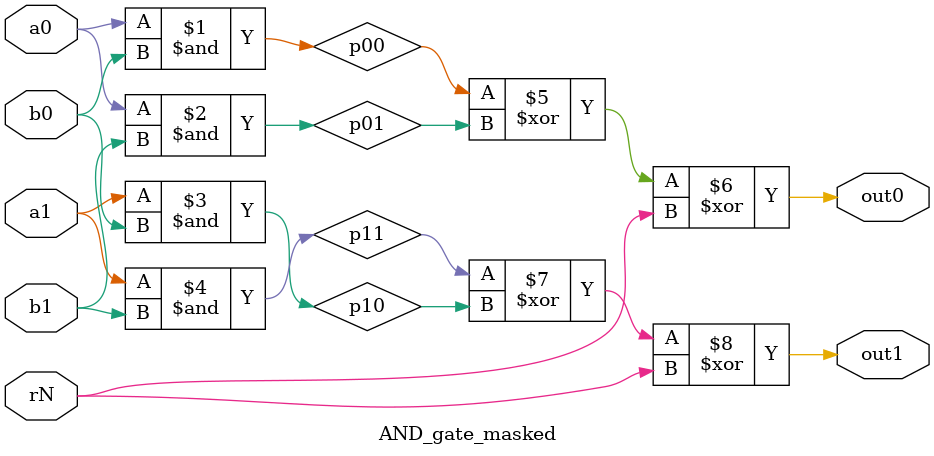
<source format=v>
module AND_gate_masked (
    input  wire a0,
    input  wire a1,
    input  wire b0,
    input  wire b1,
    input  wire rN,
    output wire out0,
    output wire out1
);

    wire p00, p01, p10, p11;

    assign p00 = a0 & b0;
    assign p01 = a0 & b1;
    assign p10 = a1 & b0;
    assign p11 = a1 & b1;

    assign out0 = p00 ^ p01 ^ rN;
    assign out1 = p11 ^ p10 ^ rN;

endmodule

</source>
